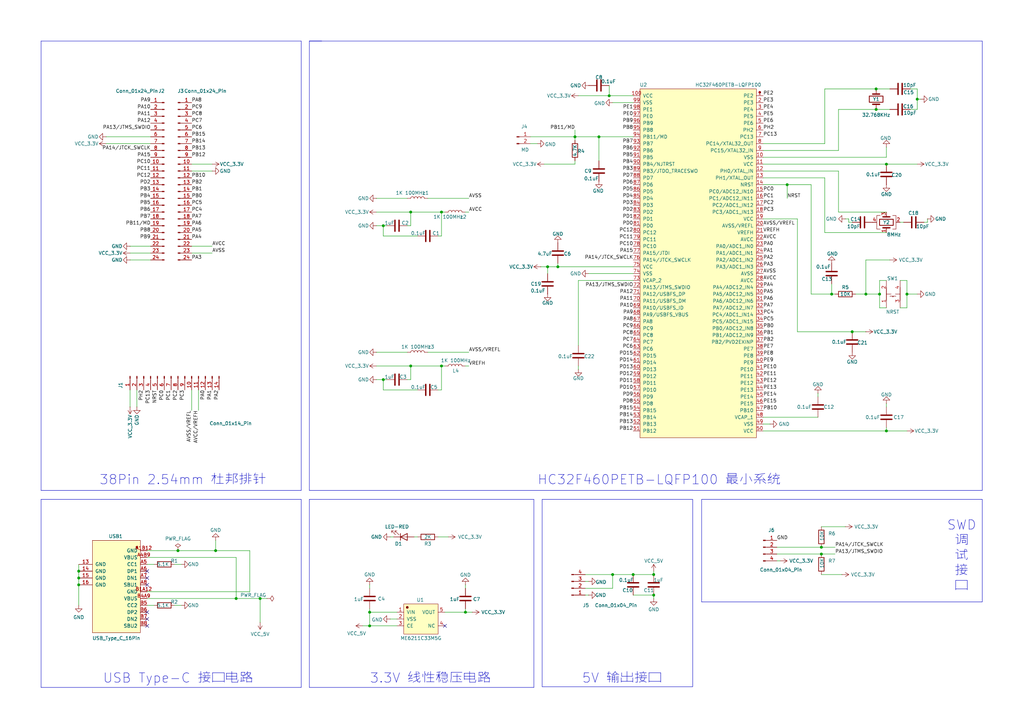
<source format=kicad_sch>
(kicad_sch (version 20231120) (generator "eeschema") (generator_version "8.0")
  (paper "User" 380 270)
  (title_block (title "UINIO-MCU-HC32F460PETB") (date "2024-08-12") (rev "Version 1.0.0") (company "UinIO.com 电子技术实验室"))
  (lib_symbols
    (symbol "Connector:Conn_01x02_Pin" (pin_names (offset 1.016) hide)
      (property "Reference" "J" (at 0 2.54 0))
      (property "Value" "Conn_01x02_Pin" (at 0 -5.08 0))
      (symbol "Conn_01x02_Pin_1_1"
        (pin passive line (at 5.08 0 180) (length 3.81) (name "Pin_1") (number "1"))
        (pin passive line (at 5.08 -2.54 180) (length 3.81) (name "Pin_2") (number "2"))
      )
    )
    (symbol "Connector:Conn_01x04_Pin" (pin_names (offset 1.016) hide)
      (property "Reference" "J" (at 0 5.08 0))
      (property "Value" "Conn_01x04_Pin" (at 0 -7.62 0))
      (symbol "Conn_01x04_Pin_1_1"
        (pin passive line (at 5.08 2.54 180) (length 3.81) (name "Pin_1") (number "1"))
        (pin passive line (at 5.08 0 180) (length 3.81) (name "Pin_2") (number "2"))
        (pin passive line (at 5.08 -2.54 180) (length 3.81) (name "Pin_3") (number "3"))
        (pin passive line (at 5.08 -5.08 180) (length 3.81) (name "Pin_4") (number "4"))
      )
    )
    (symbol "Connector:Conn_01x14_Pin" (pin_names (offset 1.016) hide)
      (property "Reference" "J" (at 0 17.78 0))
      (property "Value" "Conn_01x14_Pin" (at 0 -20.32 0))
      (symbol "Conn_01x14_Pin_1_1"
        (pin passive line (at 5.08 15.24 180) (length 3.81) (name "Pin_1") (number "1"))
        (pin passive line (at 5.08 -7.62 180) (length 3.81) (name "Pin_10") (number "10"))
        (pin passive line (at 5.08 -10.16 180) (length 3.81) (name "Pin_11") (number "11"))
        (pin passive line (at 5.08 -12.7 180) (length 3.81) (name "Pin_12") (number "12"))
        (pin passive line (at 5.08 -15.24 180) (length 3.81) (name "Pin_13") (number "13"))
        (pin passive line (at 5.08 -17.78 180) (length 3.81) (name "Pin_14") (number "14"))
        (pin passive line (at 5.08 12.7 180) (length 3.81) (name "Pin_2") (number "2"))
        (pin passive line (at 5.08 10.16 180) (length 3.81) (name "Pin_3") (number "3"))
        (pin passive line (at 5.08 7.62 180) (length 3.81) (name "Pin_4") (number "4"))
        (pin passive line (at 5.08 5.08 180) (length 3.81) (name "Pin_5") (number "5"))
        (pin passive line (at 5.08 2.54 180) (length 3.81) (name "Pin_6") (number "6"))
        (pin passive line (at 5.08 0 180) (length 3.81) (name "Pin_7") (number "7"))
        (pin passive line (at 5.08 -2.54 180) (length 3.81) (name "Pin_8") (number "8"))
        (pin passive line (at 5.08 -5.08 180) (length 3.81) (name "Pin_9") (number "9"))
      )
    )
    (symbol "Connector:Conn_01x24_Pin" (pin_names (offset 1.016) hide)
      (property "Reference" "J" (at 0 30.48 0))
      (property "Value" "Conn_01x24_Pin" (at 0 -33.02 0))
      (symbol "Conn_01x24_Pin_1_1"
        (pin passive line (at 5.08 27.94 180) (length 3.81) (name "Pin_1") (number "1"))
        (pin passive line (at 5.08 5.08 180) (length 3.81) (name "Pin_10") (number "10"))
        (pin passive line (at 5.08 2.54 180) (length 3.81) (name "Pin_11") (number "11"))
        (pin passive line (at 5.08 0 180) (length 3.81) (name "Pin_12") (number "12"))
        (pin passive line (at 5.08 -2.54 180) (length 3.81) (name "Pin_13") (number "13"))
        (pin passive line (at 5.08 -5.08 180) (length 3.81) (name "Pin_14") (number "14"))
        (pin passive line (at 5.08 -7.62 180) (length 3.81) (name "Pin_15") (number "15"))
        (pin passive line (at 5.08 -10.16 180) (length 3.81) (name "Pin_16") (number "16"))
        (pin passive line (at 5.08 -12.7 180) (length 3.81) (name "Pin_17") (number "17"))
        (pin passive line (at 5.08 -15.24 180) (length 3.81) (name "Pin_18") (number "18"))
        (pin passive line (at 5.08 -17.78 180) (length 3.81) (name "Pin_19") (number "19"))
        (pin passive line (at 5.08 25.4 180) (length 3.81) (name "Pin_2") (number "2"))
        (pin passive line (at 5.08 -20.32 180) (length 3.81) (name "Pin_20") (number "20"))
        (pin passive line (at 5.08 -22.86 180) (length 3.81) (name "Pin_21") (number "21"))
        (pin passive line (at 5.08 -25.4 180) (length 3.81) (name "Pin_22") (number "22"))
        (pin passive line (at 5.08 -27.94 180) (length 3.81) (name "Pin_23") (number "23"))
        (pin passive line (at 5.08 -30.48 180) (length 3.81) (name "Pin_24") (number "24"))
        (pin passive line (at 5.08 22.86 180) (length 3.81) (name "Pin_3") (number "3"))
        (pin passive line (at 5.08 20.32 180) (length 3.81) (name "Pin_4") (number "4"))
        (pin passive line (at 5.08 17.78 180) (length 3.81) (name "Pin_5") (number "5"))
        (pin passive line (at 5.08 15.24 180) (length 3.81) (name "Pin_6") (number "6"))
        (pin passive line (at 5.08 12.7 180) (length 3.81) (name "Pin_7") (number "7"))
        (pin passive line (at 5.08 10.16 180) (length 3.81) (name "Pin_8") (number "8"))
        (pin passive line (at 5.08 7.62 180) (length 3.81) (name "Pin_9") (number "9"))
      )
    )
    (symbol "Connector:Conn_01x38_Pin" (pin_names (offset 1.016) hide)
      (property "Reference" "J" (at 0 48.26 0))
      (property "Value" "Conn_01x38_Pin" (at 0 -50.8 0))
      (symbol "Conn_01x38_Pin_1_1"
        (pin passive line (at 5.08 45.72 180) (length 3.81) (name "Pin_1") (number "1"))
        (pin passive line (at 5.08 22.86 180) (length 3.81) (name "Pin_10") (number "10"))
        (pin passive line (at 5.08 20.32 180) (length 3.81) (name "Pin_11") (number "11"))
        (pin passive line (at 5.08 17.78 180) (length 3.81) (name "Pin_12") (number "12"))
        (pin passive line (at 5.08 15.24 180) (length 3.81) (name "Pin_13") (number "13"))
        (pin passive line (at 5.08 12.7 180) (length 3.81) (name "Pin_14") (number "14"))
        (pin passive line (at 5.08 10.16 180) (length 3.81) (name "Pin_15") (number "15"))
        (pin passive line (at 5.08 7.62 180) (length 3.81) (name "Pin_16") (number "16"))
        (pin passive line (at 5.08 5.08 180) (length 3.81) (name "Pin_17") (number "17"))
        (pin passive line (at 5.08 2.54 180) (length 3.81) (name "Pin_18") (number "18"))
        (pin passive line (at 5.08 0 180) (length 3.81) (name "Pin_19") (number "19"))
        (pin passive line (at 5.08 43.18 180) (length 3.81) (name "Pin_2") (number "2"))
        (pin passive line (at 5.08 -2.54 180) (length 3.81) (name "Pin_20") (number "20"))
        (pin passive line (at 5.08 -5.08 180) (length 3.81) (name "Pin_21") (number "21"))
        (pin passive line (at 5.08 -7.62 180) (length 3.81) (name "Pin_22") (number "22"))
        (pin passive line (at 5.08 -10.16 180) (length 3.81) (name "Pin_23") (number "23"))
        (pin passive line (at 5.08 -12.7 180) (length 3.81) (name "Pin_24") (number "24"))
        (pin passive line (at 5.08 -15.24 180) (length 3.81) (name "Pin_25") (number "25"))
        (pin passive line (at 5.08 -17.78 180) (length 3.81) (name "Pin_26") (number "26"))
        (pin passive line (at 5.08 -20.32 180) (length 3.81) (name "Pin_27") (number "27"))
        (pin passive line (at 5.08 -22.86 180) (length 3.81) (name "Pin_28") (number "28"))
        (pin passive line (at 5.08 -25.4 180) (length 3.81) (name "Pin_29") (number "29"))
        (pin passive line (at 5.08 40.64 180) (length 3.81) (name "Pin_3") (number "3"))
        (pin passive line (at 5.08 -27.94 180) (length 3.81) (name "Pin_30") (number "30"))
        (pin passive line (at 5.08 -30.48 180) (length 3.81) (name "Pin_31") (number "31"))
        (pin passive line (at 5.08 -33.02 180) (length 3.81) (name "Pin_32") (number "32"))
        (pin passive line (at 5.08 -35.56 180) (length 3.81) (name "Pin_33") (number "33"))
        (pin passive line (at 5.08 -38.1 180) (length 3.81) (name "Pin_34") (number "34"))
        (pin passive line (at 5.08 -40.64 180) (length 3.81) (name "Pin_35") (number "35"))
        (pin passive line (at 5.08 -43.18 180) (length 3.81) (name "Pin_36") (number "36"))
        (pin passive line (at 5.08 -45.72 180) (length 3.81) (name "Pin_37") (number "37"))
        (pin passive line (at 5.08 -48.26 180) (length 3.81) (name "Pin_38") (number "38"))
        (pin passive line (at 5.08 38.1 180) (length 3.81) (name "Pin_4") (number "4"))
        (pin passive line (at 5.08 35.56 180) (length 3.81) (name "Pin_5") (number "5"))
        (pin passive line (at 5.08 33.02 180) (length 3.81) (name "Pin_6") (number "6"))
        (pin passive line (at 5.08 30.48 180) (length 3.81) (name "Pin_7") (number "7"))
        (pin passive line (at 5.08 27.94 180) (length 3.81) (name "Pin_8") (number "8"))
        (pin passive line (at 5.08 25.4 180) (length 3.81) (name "Pin_9") (number "9"))
      )
    )
    (symbol "Device:C" (pin_numbers hide) (pin_names (offset 0.254))
      (property "Reference" "C" (at 0.635 2.54 0))
      (property "Value" "C" (at 0.635 -2.54 0))
      (symbol "C_1_1"
        (pin passive line (at 0 3.81 270) (length 2.794) (name "~") (number "1"))
        (pin passive line (at 0 -3.81 90) (length 2.794) (name "~") (number "2"))
      )
    )
    (symbol "Device:Crystal" (pin_numbers hide) (pin_names (offset 1.016) hide)
      (property "Reference" "Y" (at 0 3.81 0))
      (property "Value" "Crystal" (at 0 -3.81 0))
      (symbol "Crystal_1_1"
        (pin passive line (at -3.81 0 0) (length 1.27) (name "1") (number "1"))
        (pin passive line (at 3.81 0 180) (length 1.27) (name "2") (number "2"))
      )
    )
    (symbol "Device:Crystal_GND24" (pin_names (offset 1.016) hide)
      (property "Reference" "Y" (at 3.175 5.08 0))
      (property "Value" "Crystal_GND24" (at 3.175 3.175 0))
      (symbol "Crystal_GND24_1_1"
        (pin passive line (at -3.81 0 0) (length 1.27) (name "1") (number "1"))
        (pin passive line (at 0 5.08 270) (length 1.27) (name "2") (number "2"))
        (pin passive line (at 3.81 0 180) (length 1.27) (name "3") (number "3"))
        (pin passive line (at 0 -5.08 90) (length 1.27) (name "4") (number "4"))
      )
    )
    (symbol "Device:L" (pin_numbers hide) (pin_names (offset 1.016) hide)
      (property "Reference" "L" (at -1.27 0 90))
      (property "Value" "L" (at 1.905 0 90))
      (symbol "L_1_1"
        (pin passive line (at 0 3.81 270) (length 1.27) (name "1") (number "1"))
        (pin passive line (at 0 -3.81 90) (length 1.27) (name "2") (number "2"))
      )
    )
    (symbol "Device:LED" (pin_numbers hide) (pin_names (offset 1.016) hide)
      (property "Reference" "D" (at 0 2.54 0))
      (property "Value" "LED" (at 0 -2.54 0))
      (symbol "LED_1_1"
        (pin passive line (at -3.81 0 0) (length 2.54) (name "K") (number "1"))
        (pin passive line (at 3.81 0 180) (length 2.54) (name "A") (number "2"))
      )
    )
    (symbol "Device:R" (pin_numbers hide) (pin_names (offset 0))
      (property "Reference" "R" (at 2.032 0 90))
      (property "Value" "R" (at 0 0 90))
      (symbol "R_1_1"
        (pin passive line (at 0 3.81 270) (length 1.27) (name "~") (number "1"))
        (pin passive line (at 0 -3.81 90) (length 1.27) (name "~") (number "2"))
      )
    )
    (symbol "Uinio:HC32F460PETB-LQFP100" (pin_names (offset 1.016))
      (property "Reference" "U" (at 0 67.31 0))
      (property "Value" "HC32F460PETB-LQFP100" (at -0.762 -70.612 0))
      (symbol "HC32F460PETB-LQFP100_1_1"
        (pin input line (at -24.13 62.23 0) (length 2.54) (name "PE2") (number "1"))
        (pin input line (at -24.13 39.37 0) (length 2.54) (name "VSS") (number "10"))
        (pin input line (at 24.13 62.23 180) (length 2.54) (name "VCC") (number "100"))
        (pin input line (at -24.13 36.83 0) (length 2.54) (name "VCC") (number "11"))
        (pin input line (at -24.13 34.29 0) (length 2.54) (name "PH0/XTAL_IN") (number "12"))
        (pin input line (at -24.13 31.75 0) (length 2.54) (name "PH1/XTAL_OUT") (number "13"))
        (pin input line (at -24.13 29.21 0) (length 2.54) (name "NRST") (number "14"))
        (pin input line (at -24.13 26.67 0) (length 2.54) (name "PC0/ADC12_IN10") (number "15"))
        (pin input line (at -24.13 24.13 0) (length 2.54) (name "PC1/ADC12_IN11") (number "16"))
        (pin input line (at -24.13 21.59 0) (length 2.54) (name "PC2/ADC1_IN12") (number "17"))
        (pin input line (at -24.13 19.05 0) (length 2.54) (name "PC3/ADC1_IN13") (number "18"))
        (pin input line (at -24.13 16.51 0) (length 2.54) (name "VCC") (number "19"))
        (pin input line (at -24.13 59.69 0) (length 2.54) (name "PE3") (number "2"))
        (pin input line (at -24.13 13.97 0) (length 2.54) (name "AVSS/VREFL") (number "20"))
        (pin input line (at -24.13 11.43 0) (length 2.54) (name "VREFH") (number "21"))
        (pin input line (at -24.13 8.89 0) (length 2.54) (name "AVCC") (number "22"))
        (pin input line (at -24.13 6.35 0) (length 2.54) (name "PA0/ADC1_IN0") (number "23"))
        (pin input line (at -24.13 3.81 0) (length 2.54) (name "PA1/ADC1_IN1") (number "24"))
        (pin input line (at -24.13 1.27 0) (length 2.54) (name "PA2/ADC1_IN2") (number "25"))
        (pin input line (at -24.13 -1.27 0) (length 2.54) (name "PA3/ADC1_IN3") (number "26"))
        (pin input line (at -24.13 -3.81 0) (length 2.54) (name "AVSS") (number "27"))
        (pin input line (at -24.13 -6.35 0) (length 2.54) (name "AVCC") (number "28"))
        (pin input line (at -24.13 -8.89 0) (length 2.54) (name "PA4/ADC12_IN4") (number "29"))
        (pin input line (at -24.13 57.15 0) (length 2.54) (name "PE4") (number "3"))
        (pin input line (at -24.13 -11.43 0) (length 2.54) (name "PA5/ADC12_IN5") (number "30"))
        (pin input line (at -24.13 -13.97 0) (length 2.54) (name "PA6/ADC12_IN6") (number "31"))
        (pin input line (at -24.13 -16.51 0) (length 2.54) (name "PA7/ADC12_IN7") (number "32"))
        (pin input line (at -24.13 -19.05 0) (length 2.54) (name "PC4/ADC1_IN14") (number "33"))
        (pin input line (at -24.13 -21.59 0) (length 2.54) (name "PC5/ADC1_IN15") (number "34"))
        (pin input line (at -24.13 -24.13 0) (length 2.54) (name "PB0/ADC12_IN8") (number "35"))
        (pin input line (at -24.13 -26.67 0) (length 2.54) (name "PB1/ADC12_IN9") (number "36"))
        (pin input line (at -24.13 -29.21 0) (length 2.54) (name "PB2/PVD2EXINP") (number "37"))
        (pin input line (at -24.13 -31.75 0) (length 2.54) (name "PE7") (number "38"))
        (pin input line (at -24.13 -34.29 0) (length 2.54) (name "PE8") (number "39"))
        (pin input line (at -24.13 54.61 0) (length 2.54) (name "PE5") (number "4"))
        (pin input line (at -24.13 -36.83 0) (length 2.54) (name "PE9") (number "40"))
        (pin input line (at -24.13 -39.37 0) (length 2.54) (name "PE10") (number "41"))
        (pin input line (at -24.13 -41.91 0) (length 2.54) (name "PE11") (number "42"))
        (pin input line (at -24.13 -44.45 0) (length 2.54) (name "PE12") (number "43"))
        (pin input line (at -24.13 -46.99 0) (length 2.54) (name "PE13") (number "44"))
        (pin input line (at -24.13 -49.53 0) (length 2.54) (name "PE14") (number "45"))
        (pin input line (at -24.13 -52.07 0) (length 2.54) (name "PE15") (number "46"))
        (pin input line (at -24.13 -54.61 0) (length 2.54) (name "PB10") (number "47"))
        (pin input line (at -24.13 -57.15 0) (length 2.54) (name "VCAP_1") (number "48"))
        (pin input line (at -24.13 -59.69 0) (length 2.54) (name "VSS") (number "49"))
        (pin input line (at -24.13 52.07 0) (length 2.54) (name "PE6") (number "5"))
        (pin input line (at -24.13 -62.23 0) (length 2.54) (name "VCC") (number "50"))
        (pin input line (at 24.13 -62.23 180) (length 2.54) (name "PB12") (number "51"))
        (pin input line (at 24.13 -59.69 180) (length 2.54) (name "PB13") (number "52"))
        (pin input line (at 24.13 -57.15 180) (length 2.54) (name "PB14") (number "53"))
        (pin input line (at 24.13 -54.61 180) (length 2.54) (name "PB15") (number "54"))
        (pin input line (at 24.13 -52.07 180) (length 2.54) (name "PD8") (number "55"))
        (pin input line (at 24.13 -49.53 180) (length 2.54) (name "PD9") (number "56"))
        (pin input line (at 24.13 -46.99 180) (length 2.54) (name "PD10") (number "57"))
        (pin input line (at 24.13 -44.45 180) (length 2.54) (name "PD11") (number "58"))
        (pin input line (at 24.13 -41.91 180) (length 2.54) (name "PD12") (number "59"))
        (pin input line (at -24.13 49.53 0) (length 2.54) (name "PH2") (number "6"))
        (pin input line (at 24.13 -39.37 180) (length 2.54) (name "PD13") (number "60"))
        (pin input line (at 24.13 -36.83 180) (length 2.54) (name "PD14") (number "61"))
        (pin input line (at 24.13 -34.29 180) (length 2.54) (name "PD15") (number "62"))
        (pin input line (at 24.13 -31.75 180) (length 2.54) (name "PC6") (number "63"))
        (pin input line (at 24.13 -29.21 180) (length 2.54) (name "PC7") (number "64"))
        (pin input line (at 24.13 -26.67 180) (length 2.54) (name "PC8") (number "65"))
        (pin input line (at 24.13 -24.13 180) (length 2.54) (name "PC9") (number "66"))
        (pin input line (at 24.13 -21.59 180) (length 2.54) (name "PA8") (number "67"))
        (pin input line (at 24.13 -19.05 180) (length 2.54) (name "PA9/USBFS_VBUS") (number "68"))
        (pin input line (at 24.13 -16.51 180) (length 2.54) (name "PA10/USBFS_ID") (number "69"))
        (pin input line (at -24.13 46.99 0) (length 2.54) (name "PC13") (number "7"))
        (pin input line (at 24.13 -13.97 180) (length 2.54) (name "PA11/USBFS_DM") (number "70"))
        (pin input line (at 24.13 -11.43 180) (length 2.54) (name "PA12/USBFS_DP") (number "71"))
        (pin input line (at 24.13 -8.89 180) (length 2.54) (name "PA13/JTMS_SWDIO") (number "72"))
        (pin input line (at 24.13 -6.35 180) (length 2.54) (name "VCAP_2") (number "73"))
        (pin input line (at 24.13 -3.81 180) (length 2.54) (name "VSS") (number "74"))
        (pin input line (at 24.13 -1.27 180) (length 2.54) (name "VCC") (number "75"))
        (pin input line (at 24.13 1.27 180) (length 2.54) (name "PA14/JTCK_SWCLK") (number "76"))
        (pin input line (at 24.13 3.81 180) (length 2.54) (name "PA15/JTDI") (number "77"))
        (pin input line (at 24.13 6.35 180) (length 2.54) (name "PC10") (number "78"))
        (pin input line (at 24.13 8.89 180) (length 2.54) (name "PC11") (number "79"))
        (pin input line (at -24.13 44.45 0) (length 2.54) (name "PC14/XTAL32_OUT") (number "8"))
        (pin input line (at 24.13 11.43 180) (length 2.54) (name "PC12") (number "80"))
        (pin input line (at 24.13 13.97 180) (length 2.54) (name "PD0") (number "81"))
        (pin input line (at 24.13 16.51 180) (length 2.54) (name "PD1") (number "82"))
        (pin input line (at 24.13 19.05 180) (length 2.54) (name "PD2") (number "83"))
        (pin input line (at 24.13 21.59 180) (length 2.54) (name "PD3") (number "84"))
        (pin input line (at 24.13 24.13 180) (length 2.54) (name "PD4") (number "85"))
        (pin input line (at 24.13 26.67 180) (length 2.54) (name "PD5") (number "86"))
        (pin input line (at 24.13 29.21 180) (length 2.54) (name "PD6") (number "87"))
        (pin input line (at 24.13 31.75 180) (length 2.54) (name "PD7") (number "88"))
        (pin input line (at 24.13 34.29 180) (length 2.54) (name "PB3/JTDO_TRACESWO") (number "89"))
        (pin input line (at -24.13 41.91 0) (length 2.54) (name "PC15/XTAL32_IN") (number "9"))
        (pin input line (at 24.13 36.83 180) (length 2.54) (name "PB4/NJTRST") (number "90"))
        (pin input line (at 24.13 39.37 180) (length 2.54) (name "PB5") (number "91"))
        (pin input line (at 24.13 41.91 180) (length 2.54) (name "PB6") (number "92"))
        (pin input line (at 24.13 44.45 180) (length 2.54) (name "PB7") (number "93"))
        (pin input line (at 24.13 46.99 180) (length 2.54) (name "PB11/MD") (number "94"))
        (pin input line (at 24.13 49.53 180) (length 2.54) (name "PB8") (number "95"))
        (pin input line (at 24.13 52.07 180) (length 2.54) (name "PB9") (number "96"))
        (pin input line (at 24.13 54.61 180) (length 2.54) (name "PE0") (number "97"))
        (pin input line (at 24.13 57.15 180) (length 2.54) (name "PE1") (number "98"))
        (pin input line (at 24.13 59.69 180) (length 2.54) (name "VSS") (number "99"))
      )
    )
    (symbol "Uinio:ME6211C33M5G" (pin_names (offset 1.016))
      (property "Reference" "U?" (at 0 8.128 0))
      (property "Value" "ME6211C33M5G" (at 0 13.208 0))
      (symbol "ME6211C33M5G_1_1"
        (pin input line (at -8.89 2.54 0) (length 2.54) (name "VIN") (number "1"))
        (pin input line (at -8.89 0 0) (length 2.54) (name "VSS") (number "2"))
        (pin input line (at -8.89 -2.54 0) (length 2.54) (name "CE") (number "3"))
        (pin input line (at 8.89 -2.54 180) (length 2.54) (name "NC") (number "4"))
        (pin input line (at 8.89 2.54 180) (length 2.54) (name "VOUT") (number "5"))
      )
    )
    (symbol "Uinio:SW-YTS_A016S" (pin_names (offset 1.016) hide)
      (property "Reference" "SW" (at 0 5.842 0))
      (property "Value" "SW-YTS_A016S" (at 0 -5.588 0))
      (symbol "SW-YTS_A016S_1_1"
        (pin input line (at -5.08 2.54 0) (length 5.08) (name "1") (number "1"))
        (pin input line (at 5.08 2.54 180) (length 5.08) (name "2") (number "2"))
        (pin input line (at -5.08 -2.54 0) (length 5.08) (name "3") (number "3"))
        (pin input line (at 5.08 -2.54 180) (length 5.08) (name "4") (number "4"))
      )
    )
    (symbol "Uinio:USB_Type_C_16Pin" (pin_names (offset 1.016))
      (property "Reference" "USB" (at -1.524 18.796 0))
      (property "Value" "USB_Type_C_16Pin" (at -1.016 22.86 0))
      (symbol "USB_Type_C_16Pin_1_1"
        (pin input line (at 12.7 7.62 180) (length 5.08) (name "GND") (number "13"))
        (pin input line (at 12.7 5.08 180) (length 5.08) (name "GND") (number "14"))
        (pin input line (at 12.7 2.54 180) (length 5.08) (name "GND") (number "15"))
        (pin input line (at 12.7 0 180) (length 5.08) (name "GND") (number "16"))
        (pin input line (at -12.7 12.7 0) (length 2.54) (name "GND") (number "A1B12"))
        (pin input line (at -12.7 10.16 0) (length 2.54) (name "VBUS") (number "A4B9"))
        (pin input line (at -12.7 7.62 0) (length 2.54) (name "CC1") (number "A5"))
        (pin input line (at -12.7 5.08 0) (length 2.54) (name "DP1") (number "A6"))
        (pin input line (at -12.7 2.54 0) (length 2.54) (name "DN1") (number "A7"))
        (pin input line (at -12.7 0 0) (length 2.54) (name "SBU1") (number "A8"))
        (pin input line (at -12.7 -2.54 0) (length 2.54) (name "GND") (number "B1A12"))
        (pin input line (at -12.7 -5.08 0) (length 2.54) (name "VBUS") (number "B4A9"))
        (pin input line (at -12.7 -7.62 0) (length 2.54) (name "CC2") (number "B5"))
        (pin input line (at -12.7 -10.16 0) (length 2.54) (name "DP2") (number "B6"))
        (pin input line (at -12.7 -12.7 0) (length 2.54) (name "DN2") (number "B7"))
        (pin input line (at -12.7 -15.24 0) (length 2.54) (name "SBU2") (number "B8"))
      )
    )
    (symbol "power:GND" (power) (pin_numbers hide) (pin_names (offset 0) hide)
      (property "Value" "GND" (at 0 -3.81 0))
      (symbol "GND_1_1"
        (pin power_in line (at 0 0 270) (length 0) (name "~") (number "1"))
      )
    )
    (symbol "power:PWR_FLAG" (power) (pin_numbers hide) (pin_names (offset 0) hide)
      (property "Value" "PWR_FLAG" (at 0 3.81 0))
      (symbol "PWR_FLAG_0_0"
        (pin power_out line (at 0 0 90) (length 0) (name "~") (number "1"))
      )
    )
    (symbol "power:VCC" (power) (pin_numbers hide) (pin_names (offset 0) hide)
      (property "Value" "VCC" (at 0 3.556 0))
      (symbol "VCC_1_1"
        (pin power_in line (at 0 0 90) (length 0) (name "~") (number "1"))
      )
    )
  )
  (junction (at 325.12 33.02))
  (junction (at 326.39 109.22))
  (junction (at 29.21 212.09))
  (junction (at 242.57 220.98))
  (junction (at 142.24 140.97))
  (junction (at 292.1 68.58))
  (junction (at 222.25 50.8))
  (junction (at 308.61 109.22))
  (junction (at 137.16 227.33))
  (junction (at 304.8 203.2))
  (junction (at 152.4 78.74))
  (junction (at 80.01 204.47))
  (junction (at 328.93 160.02))
  (junction (at 328.93 60.96))
  (junction (at 340.36 36.83))
  (junction (at 29.21 217.17))
  (junction (at 87.63 222.25))
  (junction (at 213.36 50.8))
  (junction (at 227.33 213.36))
  (junction (at 242.57 213.36))
  (junction (at 96.52 222.25))
  (junction (at 152.4 135.89))
  (junction (at 325.12 40.64))
  (junction (at 137.16 232.41))
  (junction (at 336.55 109.22))
  (junction (at 321.31 109.22))
  (junction (at 207.01 99.06))
  (junction (at 203.2 99.06))
  (junction (at 226.06 35.56))
  (junction (at 66.04 204.47))
  (junction (at 142.24 83.82))
  (junction (at 316.23 123.19))
  (junction (at 172.72 227.33))
  (junction (at 163.83 78.74))
  (junction (at 29.21 214.63))
  (junction (at 304.8 205.74))
  (junction (at 234.95 213.36))
  (junction (at 163.83 135.89))
  (no_connect (at 54.61 232.41))
  (no_connect (at 165.1 232.41))
  (no_connect (at 54.61 212.09))
  (no_connect (at 54.61 214.63))
  (no_connect (at 54.61 227.33))
  (no_connect (at 54.61 217.17))
  (no_connect (at 54.61 229.87))
  (wire (pts (xy 314.96 82.55) (xy 316.23 82.55)))
  (wire (pts (xy 99.06 222.25) (xy 96.52 222.25)))
  (wire (pts (xy 334.01 82.55) (xy 335.28 82.55)))
  (wire (pts (xy 54.61 219.71) (xy 92.71 219.71)))
  (wire (pts (xy 283.21 60.96) (xy 328.93 60.96)))
  (wire (pts (xy 283.21 63.5) (xy 311.15 63.5)))
  (wire (pts (xy 328.93 160.02) (xy 336.55 160.02)))
  (wire (pts (xy 163.83 144.78) (xy 163.83 135.89)))
  (wire (pts (xy 137.16 227.33) (xy 147.32 227.33)))
  (wire (pts (xy 87.63 207.01) (xy 87.63 222.25)))
  (polyline (pts (xy 114.808 185.42) (xy 198.12 185.42)))
  (wire (pts (xy 226.06 35.56) (xy 234.95 35.56)))
  (polyline (pts (xy 114.808 185.42) (xy 114.808 255.27)))
  (wire (pts (xy 340.36 36.83) (xy 340.36 40.64)))
  (wire (pts (xy 48.26 93.98) (xy 55.88 93.98)))
  (wire (pts (xy 214.63 35.56) (xy 226.06 35.56)))
  (wire (pts (xy 328.93 151.13) (xy 328.93 149.86)))
  (wire (pts (xy 314.96 82.55) (xy 314.96 81.28)))
  (wire (pts (xy 288.29 205.74) (xy 304.8 205.74)))
  (wire (pts (xy 55.88 50.8) (xy 39.37 50.8)))
  (wire (pts (xy 152.4 83.82) (xy 151.13 83.82)))
  (wire (pts (xy 163.83 135.89) (xy 152.4 135.89)))
  (wire (pts (xy 39.37 53.34) (xy 55.88 53.34)))
  (wire (pts (xy 57.15 224.79) (xy 54.61 224.79)))
  (wire (pts (xy 154.94 87.63) (xy 142.24 87.63)))
  (wire (pts (xy 80.01 200.66) (xy 80.01 204.47)))
  (wire (pts (xy 64.77 224.79) (xy 67.31 224.79)))
  (polyline (pts (xy 111.76 255.27) (xy 15.24 255.27)))
  (polyline (pts (xy 364.49 182.118) (xy 114.808 182.118)))
  (wire (pts (xy 311.15 40.64) (xy 325.12 40.64)))
  (wire (pts (xy 217.17 220.98) (xy 218.44 220.98)))
  (wire (pts (xy 306.07 66.04) (xy 306.07 86.36)))
  (polyline (pts (xy 198.12 185.42) (xy 198.12 255.27)))
  (wire (pts (xy 29.21 217.17) (xy 29.21 224.79)))
  (wire (pts (xy 213.36 60.96) (xy 213.36 59.69)))
  (polyline (pts (xy 114.808 15.24) (xy 119.38 15.24)))
  (wire (pts (xy 154.94 199.39) (xy 153.67 199.39)))
  (wire (pts (xy 311.15 63.5) (xy 311.15 78.74)))
  (wire (pts (xy 288.29 203.2) (xy 304.8 203.2)))
  (wire (pts (xy 283.21 53.34) (xy 306.07 53.34)))
  (wire (pts (xy 139.7 140.97) (xy 142.24 140.97)))
  (wire (pts (xy 344.17 82.55) (xy 344.17 81.28)))
  (wire (pts (xy 165.1 227.33) (xy 172.72 227.33)))
  (wire (pts (xy 173.99 78.74) (xy 172.72 78.74)))
  (wire (pts (xy 78.74 91.44) (xy 71.12 91.44)))
  (wire (pts (xy 162.56 199.39) (xy 166.37 199.39)))
  (wire (pts (xy 328.93 114.3) (xy 326.39 114.3)))
  (wire (pts (xy 29.21 214.63) (xy 29.21 217.17)))
  (wire (pts (xy 321.31 96.52) (xy 330.2 96.52)))
  (wire (pts (xy 242.57 212.09) (xy 242.57 213.36)))
  (wire (pts (xy 340.36 60.96) (xy 328.93 60.96)))
  (wire (pts (xy 29.21 209.55) (xy 29.21 212.09)))
  (wire (pts (xy 340.36 40.64) (xy 337.82 40.64)))
  (wire (pts (xy 173.99 135.89) (xy 172.72 135.89)))
  (polyline (pts (xy 260.35 185.42) (xy 260.35 223.52)))
  (wire (pts (xy 304.8 203.2) (xy 309.88 203.2)))
  (wire (pts (xy 214.63 135.89) (xy 214.63 137.16)))
  (wire (pts (xy 152.4 140.97) (xy 151.13 140.97)))
  (wire (pts (xy 321.31 109.22) (xy 326.39 109.22)))
  (wire (pts (xy 55.88 96.52) (xy 48.26 96.52)))
  (wire (pts (xy 29.21 212.09) (xy 29.21 214.63)))
  (wire (pts (xy 328.93 78.74) (xy 311.15 78.74)))
  (wire (pts (xy 226.06 31.75) (xy 226.06 35.56)))
  (wire (pts (xy 336.55 114.3) (xy 334.01 114.3)))
  (wire (pts (xy 48.26 151.13) (xy 48.26 144.78)))
  (wire (pts (xy 214.63 104.14) (xy 214.63 128.27)))
  (wire (pts (xy 334.01 104.14) (xy 336.55 104.14)))
  (wire (pts (xy 314.96 81.28) (xy 313.69 81.28)))
  (wire (pts (xy 283.21 81.28) (xy 295.91 81.28)))
  (wire (pts (xy 87.63 207.01) (xy 54.61 207.01)))
  (polyline (pts (xy 364.49 15.24) (xy 364.49 182.118)))
  (wire (pts (xy 142.24 140.97) (xy 143.51 140.97)))
  (wire (pts (xy 50.8 144.78) (xy 50.8 151.13)))
  (wire (pts (xy 152.4 135.89) (xy 152.4 140.97)))
  (wire (pts (xy 162.56 87.63) (xy 163.83 87.63)))
  (wire (pts (xy 139.7 135.89) (xy 152.4 135.89)))
  (wire (pts (xy 304.8 213.36) (xy 312.42 213.36)))
  (wire (pts (xy 326.39 104.14) (xy 328.93 104.14)))
  (polyline (pts (xy 198.12 255.27) (xy 114.808 255.27)))
  (polyline (pts (xy 15.24 185.42) (xy 111.76 185.42)))
  (wire (pts (xy 152.4 78.74) (xy 152.4 83.82)))
  (wire (pts (xy 227.33 38.1) (xy 234.95 38.1)))
  (wire (pts (xy 66.04 204.47) (xy 80.01 204.47)))
  (wire (pts (xy 172.72 217.17) (xy 172.72 218.44)))
  (wire (pts (xy 336.55 114.3) (xy 336.55 109.22)))
  (wire (pts (xy 73.66 144.78) (xy 73.66 152.4)))
  (wire (pts (xy 300.99 68.58) (xy 292.1 68.58)))
  (wire (pts (xy 158.75 73.66) (xy 173.99 73.66)))
  (wire (pts (xy 78.74 60.96) (xy 71.12 60.96)))
  (wire (pts (xy 337.82 33.02) (xy 340.36 33.02)))
  (polyline (pts (xy 364.49 185.42) (xy 364.49 223.52)))
  (wire (pts (xy 196.85 50.8) (xy 213.36 50.8)))
  (wire (pts (xy 78.74 93.98) (xy 71.12 93.98)))
  (wire (pts (xy 283.21 154.94) (xy 303.53 154.94)))
  (wire (pts (xy 222.25 50.8) (xy 234.95 50.8)))
  (wire (pts (xy 321.31 109.22) (xy 321.31 96.52)))
  (wire (pts (xy 325.12 33.02) (xy 330.2 33.02)))
  (wire (pts (xy 336.55 109.22) (xy 340.36 109.22)))
  (wire (pts (xy 200.66 99.06) (xy 203.2 99.06)))
  (wire (pts (xy 172.72 226.06) (xy 172.72 227.33)))
  (wire (pts (xy 289.56 208.28) (xy 288.29 208.28)))
  (wire (pts (xy 303.53 147.32) (xy 303.53 146.05)))
  (polyline (pts (xy 114.808 182.118) (xy 114.808 15.24)))
  (wire (pts (xy 218.44 215.9) (xy 217.17 215.9)))
  (wire (pts (xy 203.2 99.06) (xy 203.2 101.6)))
  (wire (pts (xy 142.24 83.82) (xy 143.51 83.82)))
  (wire (pts (xy 328.93 158.75) (xy 328.93 160.02)))
  (wire (pts (xy 328.93 58.42) (xy 283.21 58.42)))
  (wire (pts (xy 142.24 144.78) (xy 142.24 140.97)))
  (wire (pts (xy 234.95 104.14) (xy 214.63 104.14)))
  (wire (pts (xy 336.55 109.22) (xy 336.55 104.14)))
  (wire (pts (xy 142.24 87.63) (xy 142.24 83.82)))
  (wire (pts (xy 139.7 73.66) (xy 151.13 73.66)))
  (polyline (pts (xy 114.808 15.24) (xy 364.49 15.24)))
  (wire (pts (xy 64.77 209.55) (xy 67.31 209.55)))
  (polyline (pts (xy 260.35 185.42) (xy 364.49 185.42)))
  (wire (pts (xy 199.39 53.34) (xy 196.85 53.34)))
  (wire (pts (xy 213.36 48.26) (xy 213.36 50.8)))
  (wire (pts (xy 96.52 231.14) (xy 96.52 222.25)))
  (wire (pts (xy 134.62 232.41) (xy 137.16 232.41)))
  (wire (pts (xy 137.16 227.33) (xy 137.16 232.41)))
  (wire (pts (xy 283.21 160.02) (xy 328.93 160.02)))
  (wire (pts (xy 207.01 97.79) (xy 207.01 99.06)))
  (wire (pts (xy 87.63 222.25) (xy 96.52 222.25)))
  (wire (pts (xy 283.21 55.88) (xy 311.15 55.88)))
  (wire (pts (xy 292.1 68.58) (xy 292.1 73.66)))
  (wire (pts (xy 71.12 152.4) (xy 71.12 144.78)))
  (wire (pts (xy 234.95 220.98) (xy 242.57 220.98)))
  (wire (pts (xy 306.07 33.02) (xy 325.12 33.02)))
  (polyline (pts (xy 15.24 185.42) (xy 15.24 255.27)))
  (polyline (pts (xy 111.76 185.42) (xy 111.76 255.27)))
  (wire (pts (xy 213.36 52.07) (xy 213.36 50.8)))
  (wire (pts (xy 217.17 218.44) (xy 227.33 218.44)))
  (wire (pts (xy 295.91 123.19) (xy 316.23 123.19)))
  (wire (pts (xy 326.39 109.22) (xy 326.39 104.14)))
  (wire (pts (xy 55.88 91.44) (xy 48.26 91.44)))
  (wire (pts (xy 328.93 54.61) (xy 328.93 58.42)))
  (wire (pts (xy 227.33 218.44) (xy 227.33 213.36)))
  (wire (pts (xy 92.71 204.47) (xy 92.71 219.71)))
  (wire (pts (xy 317.5 109.22) (xy 321.31 109.22)))
  (wire (pts (xy 295.91 81.28) (xy 295.91 123.19)))
  (wire (pts (xy 326.39 114.3) (xy 326.39 109.22)))
  (wire (pts (xy 137.16 217.17) (xy 137.16 218.44)))
  (polyline (pts (xy 15.24 15.24) (xy 111.76 15.24)))
  (wire (pts (xy 139.7 78.74) (xy 152.4 78.74)))
  (wire (pts (xy 163.83 135.89) (xy 165.1 135.89)))
  (wire (pts (xy 328.93 86.36) (xy 306.07 86.36)))
  (wire (pts (xy 213.36 50.8) (xy 222.25 50.8)))
  (wire (pts (xy 163.83 78.74) (xy 152.4 78.74)))
  (wire (pts (xy 137.16 232.41) (xy 147.32 232.41)))
  (wire (pts (xy 54.61 204.47) (xy 66.04 204.47)))
  (wire (pts (xy 162.56 144.78) (xy 163.83 144.78)))
  (wire (pts (xy 203.2 99.06) (xy 207.01 99.06)))
  (polyline (pts (xy 15.24 15.24) (xy 15.24 182.118)))
  (wire (pts (xy 139.7 130.81) (xy 151.13 130.81)))
  (wire (pts (xy 172.72 227.33) (xy 175.26 227.33)))
  (wire (pts (xy 92.71 204.47) (xy 80.01 204.47)))
  (wire (pts (xy 146.05 199.39) (xy 144.78 199.39)))
  (wire (pts (xy 242.57 222.25) (xy 242.57 220.98)))
  (wire (pts (xy 292.1 68.58) (xy 283.21 68.58)))
  (wire (pts (xy 227.33 213.36) (xy 234.95 213.36)))
  (wire (pts (xy 71.12 63.5) (xy 78.74 63.5)))
  (wire (pts (xy 144.78 229.87) (xy 147.32 229.87)))
  (wire (pts (xy 344.17 82.55) (xy 342.9 82.55)))
  (wire (pts (xy 285.75 157.48) (xy 283.21 157.48)))
  (wire (pts (xy 311.15 55.88) (xy 311.15 40.64)))
  (wire (pts (xy 163.83 87.63) (xy 163.83 78.74)))
  (wire (pts (xy 158.75 130.81) (xy 173.99 130.81)))
  (wire (pts (xy 218.44 101.6) (xy 234.95 101.6)))
  (wire (pts (xy 308.61 109.22) (xy 308.61 105.41)))
  (polyline (pts (xy 111.76 15.24) (xy 111.76 182.118)))
  (wire (pts (xy 139.7 83.82) (xy 142.24 83.82)))
  (wire (pts (xy 222.25 50.8) (xy 222.25 59.69)))
  (wire (pts (xy 54.61 222.25) (xy 87.63 222.25)))
  (wire (pts (xy 308.61 109.22) (xy 309.88 109.22)))
  (polyline (pts (xy 364.49 223.52) (xy 260.35 223.52)))
  (wire (pts (xy 201.93 60.96) (xy 213.36 60.96)))
  (wire (pts (xy 316.23 123.19) (xy 321.31 123.19)))
  (wire (pts (xy 137.16 226.06) (xy 137.16 227.33)))
  (wire (pts (xy 163.83 78.74) (xy 165.1 78.74)))
  (wire (pts (xy 300.99 109.22) (xy 308.61 109.22)))
  (wire (pts (xy 306.07 53.34) (xy 306.07 33.02)))
  (wire (pts (xy 234.95 213.36) (xy 242.57 213.36)))
  (polyline (pts (xy 111.76 182.118) (xy 15.24 182.118)))
  (wire (pts (xy 300.99 68.58) (xy 300.99 109.22)))
  (wire (pts (xy 304.8 195.58) (xy 313.69 195.58)))
  (wire (pts (xy 325.12 40.64) (xy 330.2 40.64)))
  (wire (pts (xy 154.94 144.78) (xy 142.24 144.78)))
  (wire (pts (xy 57.15 209.55) (xy 54.61 209.55)))
  (wire (pts (xy 306.07 66.04) (xy 283.21 66.04)))
  (wire (pts (xy 341.63 36.83) (xy 340.36 36.83)))
  (wire (pts (xy 207.01 99.06) (xy 234.95 99.06)))
  (wire (pts (xy 217.17 213.36) (xy 227.33 213.36)))
  (wire (pts (xy 304.8 205.74) (xy 309.88 205.74)))
  (wire (pts (xy 340.36 33.02) (xy 340.36 36.83)))
  (rectangle (start 201.168 185.42) (end 257.048 255.016))
  (text "SWD\n调\n试\n接\n口" (at 356.87 219.71 0) (effects (font (size 3.5 3.5)) (justify bottom)))
  (text "3.3V 线性稳压电路" (at 137.16 254 0) (effects (font (size 3.5 3.5)) (justify left bottom)))
  (text "38Pin 2.54mm 杜邦排针\n" (at 36.83 180.34 0) (effects (font (size 3.5 3.5)) (justify left bottom)))
  (text "HC32F460PETB-LQFP100 最小系统" (at 199.39 180.34 0) (effects (font (size 3.5 3.5)) (justify left bottom)))
  (text "USB Type-C 接口电路" (at 38.1 254 0) (effects (font (size 3.5 3.5)) (justify left bottom)))
  (text "5V 输出接口" (at 215.9 254 0) (effects (font (size 3.5 3.5)) (justify left bottom)))
  (label "PC2" (at 283.21 76.2 0))
  (label "PD13" (at 234.95 137.16 180))
  (label "PC1" (at 63.5 144.78 270))
  (label "PD6" (at 234.95 68.58 180))
  (label "PE13" (at 283.21 144.78 0))
  (label "PA6" (at 71.12 83.82 0))
  (label "PA11" (at 55.88 43.18 180))
  (label "PA11" (at 234.95 111.76 180))
  (label "PB10" (at 71.12 66.04 0))
  (label "PC12" (at 234.95 86.36 180))
  (label "PE6" (at 283.21 45.72 0))
  (label "PC7" (at 234.95 127 180))
  (label "PA12" (at 234.95 109.22 180))
  (label "AVCC" (at 283.21 104.14 0))
  (label "PA4" (at 283.21 106.68 0))
  (label "PA14{slash}JTCK_SWCLK" (at 234.95 96.52 180))
  (label "PB0" (at 283.21 121.92 0))
  (label "PC6" (at 234.95 129.54 180))
  (label "PB3" (at 55.88 71.12 180))
  (label "PD7" (at 234.95 66.04 180))
  (label "AVCC" (at 283.21 88.9 0))
  (label "PB11{slash}MD" (at 213.36 48.26 180))
  (label "PH2" (at 283.21 48.26 0))
  (label "PB3" (at 234.95 63.5 180))
  (label "PA2" (at 283.21 96.52 0))
  (label "PA3" (at 283.21 99.06 0))
  (label "PD8" (at 234.95 149.86 180))
  (label "PC8" (at 234.95 124.46 180))
  (label "PD2" (at 234.95 78.74 180))
  (label "PD10" (at 234.95 144.78 180))
  (label "PE15" (at 283.21 149.86 0))
  (label "PE5" (at 283.21 43.18 0))
  (label "PC13" (at 55.88 144.78 270))
  (label "PE10" (at 283.21 137.16 0))
  (label "VREFH" (at 173.99 135.89 0))
  (label "PA9" (at 234.95 116.84 180))
  (label "PB5" (at 55.88 76.2 180))
  (label "PB5" (at 234.95 58.42 180))
  (label "PA15" (at 55.88 58.42 180))
  (label "PA10" (at 55.88 40.64 180))
  (label "PB11{slash}MD" (at 55.88 83.82 180))
  (label "PB1" (at 283.21 124.46 0))
  (label "PB2" (at 283.21 127 0))
  (label "PD14" (at 234.95 134.62 180))
  (label "AVSS" (at 173.99 73.66 0))
  (label "PB4" (at 55.88 73.66 180))
  (label "PC3" (at 68.58 144.78 270))
  (label "PD12" (at 234.95 139.7 180))
  (label "PC0" (at 60.96 144.78 270))
  (label "PA5" (at 71.12 86.36 0))
  (label "PA13{slash}JTMS_SWDIO" (at 309.88 205.74 0))
  (label "PA9" (at 55.88 38.1 180))
  (label "PC11" (at 234.95 88.9 180))
  (label "PB14" (at 71.12 53.34 0))
  (label "PC2" (at 66.04 144.78 270))
  (label "PA4" (at 71.12 88.9 0))
  (label "PB9" (at 55.88 88.9 180))
  (label "NRST" (at 58.42 144.78 270))
  (label "GND" (at 288.29 200.66 0))
  (label "AVCC" (at 173.99 78.74 0))
  (label "PB0" (at 71.12 73.66 0))
  (label "PD9" (at 234.95 147.32 180))
  (label "PC12" (at 55.88 66.04 180))
  (label "PE4" (at 283.21 40.64 0))
  (label "PB13" (at 234.95 157.48 180))
  (label "PC0" (at 283.21 71.12 0))
  (label "PA7" (at 283.21 114.3 0))
  (label "PD5" (at 234.95 71.12 180))
  (label "PA2" (at 81.28 144.78 270))
  (label "PD3" (at 234.95 76.2 180))
  (label "PB14" (at 234.95 154.94 180))
  (label "AVSS" (at 283.21 101.6 0))
  (label "PE8" (at 283.21 132.08 0))
  (label "PA0" (at 76.2 144.78 270))
  (label "PE2" (at 283.21 35.56 0))
  (label "PB8" (at 55.88 86.36 180))
  (label "PC10" (at 234.95 91.44 180))
  (label "PE1" (at 234.95 40.64 180))
  (label "PB6" (at 55.88 78.74 180))
  (label "PA12" (at 55.88 45.72 180))
  (label "PB12" (at 71.12 58.42 0))
  (label "PB10" (at 283.21 152.4 0))
  (label "PD15" (at 234.95 132.08 180))
  (label "NRST" (at 292.1 73.66 0))
  (label "PA1" (at 283.21 93.98 0))
  (label "PE9" (at 283.21 134.62 0))
  (label "PA13{slash}JTMS_SWDIO" (at 55.88 48.26 180))
  (label "PC13" (at 283.21 50.8 0))
  (label "PE14" (at 283.21 147.32 0))
  (label "VREFH" (at 283.21 86.36 0))
  (label "PA14{slash}JTCK_SWCLK" (at 55.88 55.88 180))
  (label "PA8" (at 234.95 119.38 180))
  (label "PB7" (at 55.88 81.28 180))
  (label "PC6" (at 71.12 48.26 0))
  (label "PC5" (at 71.12 76.2 0))
  (label "PC5" (at 283.21 119.38 0))
  (label "PC3" (at 283.21 78.74 0))
  (label "PC8" (at 71.12 43.18 0))
  (label "PA15" (at 234.95 93.98 180))
  (label "AVSS{slash}VREFL" (at 283.21 83.82 0))
  (label "PC9" (at 234.95 121.92 180))
  (label "PC4" (at 71.12 78.74 0))
  (label "PA5" (at 283.21 109.22 0))
  (label "PA0" (at 283.21 91.44 0))
  (label "PD0" (at 234.95 83.82 180))
  (label "PB8" (at 234.95 48.26 180))
  (label "PH2" (at 53.34 144.78 270))
  (label "PB2" (at 71.12 68.58 0))
  (label "PC10" (at 55.88 60.96 180))
  (label "AVSS{slash}VREFL" (at 173.99 130.81 0))
  (label "PC4" (at 283.21 116.84 0))
  (label "PC7" (at 71.12 45.72 0))
  (label "PA10" (at 234.95 114.3 180))
  (label "AVCC" (at 78.74 91.44 0))
  (label "PC9" (at 71.12 40.64 0))
  (label "PA1" (at 78.74 144.78 270))
  (label "PD2" (at 55.88 68.58 180))
  (label "PC1" (at 283.21 73.66 0))
  (label "PB12" (at 234.95 160.02 180))
  (label "PD4" (at 234.95 73.66 180))
  (label "PA14{slash}JTCK_SWCLK" (at 309.88 203.2 0))
  (label "PD11" (at 234.95 142.24 180))
  (label "PE11" (at 283.21 139.7 0))
  (label "PE3" (at 283.21 38.1 0))
  (label "PC11" (at 55.88 63.5 180))
  (label "PA8" (at 71.12 38.1 0))
  (label "PB1" (at 71.12 71.12 0))
  (label "AVCC{slash}VREFH" (at 73.66 152.4 270))
  (label "PB6" (at 234.95 55.88 180))
  (label "AVSS" (at 78.74 93.98 0))
  (label "PE12" (at 283.21 142.24 0))
  (label "PD1" (at 234.95 81.28 180))
  (label "AVSS{slash}VREFL" (at 71.12 152.4 270))
  (label "PB15" (at 234.95 152.4 180))
  (label "PE7" (at 283.21 129.54 0))
  (label "PA3" (at 71.12 96.52 0))
  (label "PA13{slash}JTMS_SWDIO" (at 234.95 106.68 180))
  (label "PB15" (at 71.12 50.8 0))
  (label "PE0" (at 234.95 43.18 180))
  (label "PB7" (at 234.95 53.34 180))
  (label "PB13" (at 71.12 55.88 0))
  (label "PB4" (at 234.95 60.96 180))
  (label "PB9" (at 234.95 45.72 180))
  (label "PA7" (at 71.12 81.28 0))
  (label "PA6" (at 283.21 111.76 0))
  (symbol (lib_id "power:GND") (at 328.93 54.61 0) (mirror x) (unit 1)
    (property "Reference" "#PWR016" (effects (hide yes)))
    (property "Value" "GND" (at 330.708 51.308 0) (effects (justify right)))
    (property "Description" "Power symbol creates a global label with name \"GND\" , ground" (effects (hide yes)))
  )
  (symbol (lib_id "Device:L") (at 154.94 73.66 90) (unit 1)
    (property "Reference" "L1" (at 156.718 71.628 90) (effects (justify right)))
    (property "Value" "1K 100MHz" (at 146.812 71.628 90) (effects (justify right)))
    (property "Footprint" "Inductor_SMD:L_0603_1608Metric" (effects (hide yes)))
    (property "Description" "Inductor" (effects (hide yes)))
  )
  (symbol (lib_id "Device:C") (at 316.23 127 180) (unit 1)
    (property "Reference" "C21" (at 320.04 127.254 0))
    (property "Value" "0.1uF" (at 311.404 127 0))
    (property "Footprint" "Capacitor_SMD:C_0603_1608Metric" (effects (hide yes)))
    (property "Description" "Unpolarized capacitor" (effects (hide yes)))
  )
  (symbol (lib_id "power:GND") (at 242.57 222.25 0) (mirror y) (unit 1)
    (property "Reference" "#PWR045" (effects (hide yes)))
    (property "Value" "GND" (at 242.57 226.314 0))
    (property "Description" "Power symbol creates a global label with name \"GND\" , ground" (effects (hide yes)))
  )
  (symbol (lib_id "power:GND") (at 199.39 53.34 90) (unit 1)
    (property "Reference" "#PWR030" (effects (hide yes)))
    (property "Value" "GND" (at 202.184 53.594 90) (effects (justify right)))
    (property "Description" "Power symbol creates a global label with name \"GND\" , ground" (effects (hide yes)))
  )
  (symbol (lib_id "power:VCC") (at 175.26 227.33 270) (unit 1)
    (property "Reference" "#PWR040" (effects (hide yes)))
    (property "Value" "VCC_3.3V" (at 178.562 227.33 90) (effects (justify left)))
    (property "Description" "Power symbol creates a global label with name \"VCC\"" (effects (hide yes)))
  )
  (symbol (lib_id "Device:C") (at 308.61 101.6 0) (mirror y) (unit 1)
    (property "Reference" "C13" (at 306.832 103.632 0))
    (property "Value" "0.1uF" (at 305.562 99.06 0))
    (property "Footprint" "Capacitor_SMD:C_0603_1608Metric" (effects (hide yes)))
    (property "Description" "Unpolarized capacitor" (effects (hide yes)))
  )
  (symbol (lib_id "Device:C") (at 214.63 132.08 0) (mirror x) (unit 1)
    (property "Reference" "C22" (at 218.694 132.334 0))
    (property "Value" "0.1uF" (at 209.804 132.334 0))
    (property "Footprint" "Capacitor_SMD:C_0603_1608Metric" (effects (hide yes)))
    (property "Description" "Unpolarized capacitor" (effects (hide yes)))
  )
  (symbol (lib_id "Device:R") (at 213.36 55.88 0) (mirror y) (unit 1)
    (property "Reference" "R4" (at 215.646 56.134 0))
    (property "Value" "4.7K" (at 213.36 55.88 90))
    (property "Footprint" "Resistor_SMD:R_0603_1608Metric" (effects (hide yes)))
    (property "Description" "Resistor" (effects (hide yes)))
  )
  (symbol (lib_id "power:GND") (at 218.44 101.6 270) (mirror x) (unit 1)
    (property "Reference" "#PWR035" (effects (hide yes)))
    (property "Value" "GND" (at 215.646 101.6 90) (effects (justify right)))
    (property "Description" "Power symbol creates a global label with name \"GND\" , ground" (effects (hide yes)))
  )
  (symbol (lib_id "Device:C") (at 147.32 140.97 90) (unit 1)
    (property "Reference" "C3" (at 149.606 139.954 90))
    (property "Value" "1uF" (at 144.526 139.954 90))
    (property "Footprint" "Capacitor_SMD:C_0603_1608Metric" (effects (hide yes)))
    (property "Description" "Unpolarized capacitor" (effects (hide yes)))
  )
  (symbol (lib_id "power:GND") (at 144.78 199.39 270) (unit 1)
    (property "Reference" "#PWR028" (effects (hide yes)))
    (property "Value" "GND" (at 139.7 199.39 90))
    (property "Description" "Power symbol creates a global label with name \"GND\" , ground" (effects (hide yes)))
  )
  (symbol (lib_id "power:GND") (at 214.63 137.16 0) (unit 1)
    (property "Reference" "#PWR024" (effects (hide yes)))
    (property "Value" "GND" (at 214.63 140.462 0))
    (property "Description" "Power symbol creates a global label with name \"GND\" , ground" (effects (hide yes)))
  )
  (symbol (lib_id "power:VCC") (at 139.7 78.74 90) (mirror x) (unit 1)
    (property "Reference" "#PWR020" (effects (hide yes)))
    (property "Value" "VCC_3.3V" (at 136.906 78.74 90) (effects (justify left)))
    (property "Description" "Power symbol creates a global label with name \"VCC\"" (effects (hide yes)))
  )
  (symbol (lib_id "Connector:Conn_01x24_Pin") (at 66.04 66.04 0) (unit 1)
    (property "Reference" "J3" (at 67.056 33.782 0))
    (property "Value" "Conn_01x24_Pin" (at 76.2 33.782 0))
    (property "Footprint" "Connector_PinHeader_2.54mm:PinHeader_1x24_P2.54mm_Vertical" (effects (hide yes)))
    (property "Description" "Generic connector, single row, 01x24, script generated" (effects (hide yes)))
  )
  (symbol (lib_id "power:VCC") (at 139.7 135.89 90) (mirror x) (unit 1)
    (property "Reference" "#PWR019" (effects (hide yes)))
    (property "Value" "VCC_3.3V" (at 136.906 135.89 90) (effects (justify left)))
    (property "Description" "Power symbol creates a global label with name \"VCC\"" (effects (hide yes)))
  )
  (symbol (lib_id "power:VCC") (at 201.93 60.96 90) (unit 1)
    (property "Reference" "#PWR031" (effects (hide yes)))
    (property "Value" "VCC_3.3V" (at 199.136 60.96 90) (effects (justify left)))
    (property "Description" "Power symbol creates a global label with name \"VCC\"" (effects (hide yes)))
  )
  (symbol (lib_id "power:VCC") (at 134.62 232.41 90) (unit 1)
    (property "Reference" "#PWR025" (effects (hide yes)))
    (property "Value" "VCC_5V" (at 135.89 235.204 90) (effects (justify left)))
    (property "Description" "Power symbol creates a global label with name \"VCC\"" (effects (hide yes)))
  )
  (symbol (lib_id "Connector:Conn_01x04_Pin") (at 212.09 218.44 0) (mirror x) (unit 1)
    (property "Reference" "J5" (at 217.424 224.79 0))
    (property "Value" "Conn_01x04_Pin" (at 228.6 224.79 0))
    (property "Footprint" "Connector_PinHeader_2.54mm:PinHeader_1x04_P2.54mm_Vertical" (effects (hide yes)))
    (property "Description" "Generic connector, single row, 01x04, script generated" (effects (hide yes)))
  )
  (symbol (lib_id "Device:C") (at 334.01 40.64 270) (mirror x) (unit 1)
    (property "Reference" "C16" (at 337.058 39.497 90))
    (property "Value" "10pF" (at 337.693 41.91 90))
    (property "Footprint" "Capacitor_SMD:C_0603_1608Metric" (effects (hide yes)))
    (property "Description" "Unpolarized capacitor" (effects (hide yes)))
  )
  (symbol (lib_id "Device:C") (at 147.32 83.82 90) (unit 1)
    (property "Reference" "C2" (at 150.368 82.804 90))
    (property "Value" "1uF" (at 144.526 82.804 90))
    (property "Footprint" "Capacitor_SMD:C_0603_1608Metric" (effects (hide yes)))
    (property "Description" "Unpolarized capacitor" (effects (hide yes)))
  )
  (symbol (lib_id "Device:R") (at 313.69 109.22 90) (mirror x) (unit 1)
    (property "Reference" "R5" (at 313.69 106.68 90))
    (property "Value" "10K" (at 313.69 109.22 90))
    (property "Footprint" "Resistor_SMD:R_0603_1608Metric" (effects (hide yes)))
    (property "Description" "Resistor" (effects (hide yes)))
  )
  (symbol (lib_id "power:VCC") (at 330.2 96.52 270) (unit 1)
    (property "Reference" "#PWR053" (effects (hide yes)))
    (property "Value" "VCC_3.3V" (at 333.502 96.52 90) (effects (justify left)))
    (property "Description" "Power symbol creates a global label with name \"VCC\"" (effects (hide yes)))
  )
  (symbol (lib_id "power:GND") (at 29.21 224.79 0) (unit 1)
    (property "Reference" "#PWR01" (effects (hide yes)))
    (property "Value" "GND" (at 29.21 229.235 0))
    (property "Description" "Power symbol creates a global label with name \"GND\" , ground" (effects (hide yes)))
  )
  (symbol (lib_id "power:GND") (at 316.23 130.81 0) (mirror y) (unit 1)
    (property "Reference" "#PWR021" (effects (hide yes)))
    (property "Value" "GND" (at 316.23 134.366 0))
    (property "Description" "Power symbol creates a global label with name \"GND\" , ground" (effects (hide yes)))
  )
  (symbol (lib_id "power:VCC") (at 39.37 53.34 90) (mirror x) (unit 1)
    (property "Reference" "#PWR03" (effects (hide yes)))
    (property "Value" "VCC_3.3V" (at 36.576 53.34 90) (effects (justify left)))
    (property "Description" "Power symbol creates a global label with name \"VCC\"" (effects (hide yes)))
  )
  (symbol (lib_id "power:GND") (at 328.93 149.86 180) (unit 1)
    (property "Reference" "#PWR054" (effects (hide yes)))
    (property "Value" "GND" (at 328.93 146.558 0))
    (property "Description" "Power symbol creates a global label with name \"GND\" , ground" (effects (hide yes)))
  )
  (symbol (lib_id "Connector:Conn_01x02_Pin") (at 191.77 50.8 0) (unit 1)
    (property "Reference" "J4" (at 194.564 46.99 0))
    (property "Value" "MD" (at 194.818 55.626 0))
    (property "Footprint" "Connector_PinHeader_2.54mm:PinHeader_1x02_P2.54mm_Vertical" (effects (hide yes)))
    (property "Description" "Generic connector, single row, 01x02, script generated" (effects (hide yes)))
  )
  (symbol (lib_id "power:GND") (at 218.44 215.9 90) (mirror x) (unit 1)
    (property "Reference" "#PWR042" (effects (hide yes)))
    (property "Value" "GND" (at 223.012 216.154 90))
    (property "Description" "Power symbol creates a global label with name \"GND\" , ground" (effects (hide yes)))
  )
  (symbol (lib_id "power:GND") (at 203.2 109.22 0) (mirror y) (unit 1)
    (property "Reference" "#PWR060" (effects (hide yes)))
    (property "Value" "GND" (at 203.2 112.522 0))
    (property "Description" "Power symbol creates a global label with name \"GND\" , ground" (effects (hide yes)))
  )
  (symbol (lib_id "power:VCC") (at 96.52 231.14 180) (unit 1)
    (property "Reference" "#PWR013" (effects (hide yes)))
    (property "Value" "VCC_5V" (at 96.52 235.458 0))
    (property "Description" "Power symbol creates a global label with name \"VCC\"" (effects (hide yes)))
  )
  (symbol (lib_id "Device:R") (at 60.96 224.79 90) (unit 1)
    (property "Reference" "R2" (at 66.04 223.52 90) (effects (justify left)))
    (property "Value" "5.1K" (at 62.738 224.79 90) (effects (justify left)))
    (property "Footprint" "Resistor_SMD:R_0603_1608Metric" (effects (hide yes)))
    (property "Description" "Resistor" (effects (hide yes)))
  )
  (symbol (lib_id "power:GND") (at 50.8 151.13 0) (unit 1)
    (property "Reference" "#PWR05" (effects (hide yes)))
    (property "Value" "GND" (at 50.8 153.924 90) (effects (justify right)))
    (property "Description" "Power symbol creates a global label with name \"GND\" , ground" (effects (hide yes)))
  )
  (symbol (lib_id "power:VCC") (at 321.31 123.19 270) (mirror x) (unit 1)
    (property "Reference" "#PWR023" (effects (hide yes)))
    (property "Value" "VCC_3.3V" (at 324.104 123.19 90) (effects (justify left)))
    (property "Description" "Power symbol creates a global label with name \"VCC\"" (effects (hide yes)))
  )
  (symbol (lib_id "power:GND") (at 303.53 146.05 180) (unit 1)
    (property "Reference" "#PWR049" (effects (hide yes)))
    (property "Value" "GND" (at 303.53 142.748 0))
    (property "Description" "Power symbol creates a global label with name \"GND\" , ground" (effects (hide yes)))
  )
  (symbol (lib_id "Connector:Conn_01x24_Pin") (at 60.96 66.04 0) (mirror y) (unit 1)
    (property "Reference" "J2" (at 59.944 33.782 0))
    (property "Value" "Conn_01x24_Pin" (at 50.8 33.782 0))
    (property "Footprint" "Connector_PinHeader_2.54mm:PinHeader_1x24_P2.54mm_Vertical" (effects (hide yes)))
    (property "Description" "Generic connector, single row, 01x24, script generated" (effects (hide yes)))
  )
  (symbol (lib_id "Device:C") (at 158.75 87.63 90) (unit 1)
    (property "Reference" "C1" (at 161.798 86.614 90))
    (property "Value" "0.1uF" (at 155.194 86.614 90))
    (property "Footprint" "Capacitor_SMD:C_0603_1608Metric" (effects (hide yes)))
    (property "Description" "Unpolarized capacitor" (effects (hide yes)))
  )
  (symbol (lib_id "power:VCC") (at 214.63 35.56 90) (unit 1)
    (property "Reference" "#PWR034" (effects (hide yes)))
    (property "Value" "VCC_3.3V" (at 211.836 35.56 90) (effects (justify left)))
    (property "Description" "Power symbol creates a global label with name \"VCC\"" (effects (hide yes)))
  )
  (symbol (lib_id "power:VCC") (at 340.36 60.96 270) (mirror x) (unit 1)
    (property "Reference" "#PWR014" (effects (hide yes)))
    (property "Value" "VCC_3.3V" (at 343.154 60.96 90) (effects (justify left)))
    (property "Description" "Power symbol creates a global label with name \"VCC\"" (effects (hide yes)))
  )
  (symbol (lib_id "Device:C") (at 334.01 33.02 270) (mirror x) (unit 1)
    (property "Reference" "C15" (at 337.185 34.29 90))
    (property "Value" "10pF" (at 337.566 31.623 90))
    (property "Footprint" "Capacitor_SMD:C_0603_1608Metric" (effects (hide yes)))
    (property "Description" "Unpolarized capacitor" (effects (hide yes)))
  )
  (symbol (lib_id "Device:C") (at 207.01 93.98 0) (unit 1)
    (property "Reference" "C6" (at 210.566 94.234 0))
    (property "Value" "4.7uF" (at 202.184 94.234 0))
    (property "Footprint" "Capacitor_SMD:C_0603_1608Metric" (effects (hide yes)))
    (property "Description" "Unpolarized capacitor" (effects (hide yes)))
  )
  (symbol (lib_id "power:VCC") (at 200.66 99.06 90) (unit 1)
    (property "Reference" "#PWR032" (effects (hide yes)))
    (property "Value" "VCC_3.3V" (at 197.866 99.06 90) (effects (justify left)))
    (property "Description" "Power symbol creates a global label with name \"VCC\"" (effects (hide yes)))
  )
  (symbol (lib_id "power:PWR_FLAG") (at 66.04 204.47 0) (unit 1)
    (property "Reference" "#FLG01" (effects (hide yes)))
    (property "Value" "PWR_FLAG" (at 66.04 200.025 0))
    (property "Description" "Special symbol for telling ERC where power comes from" (effects (hide yes)))
  )
  (symbol (lib_id "power:VCC") (at 48.26 151.13 180) (unit 1)
    (property "Reference" "#PWR04" (effects (hide yes)))
    (property "Value" "VCC_3.3V" (at 48.26 153.924 90) (effects (justify left)))
    (property "Description" "Power symbol creates a global label with name \"VCC\"" (effects (hide yes)))
  )
  (symbol (lib_id "Device:C") (at 303.53 151.13 0) (mirror y) (unit 1)
    (property "Reference" "C12" (at 307.594 151.13 0))
    (property "Value" "0.1uF" (at 298.45 151.13 0))
    (property "Footprint" "Capacitor_SMD:C_0603_1608Metric" (effects (hide yes)))
    (property "Description" "Unpolarized capacitor" (effects (hide yes)))
  )
  (symbol (lib_id "power:GND") (at 78.74 63.5 90) (mirror x) (unit 1)
    (property "Reference" "#PWR011" (effects (hide yes)))
    (property "Value" "GND" (at 81.534 63.5 90) (effects (justify right)))
    (property "Description" "Power symbol creates a global label with name \"GND\" , ground" (effects (hide yes)))
  )
  (symbol (lib_id "power:GND") (at 139.7 83.82 270) (mirror x) (unit 1)
    (property "Reference" "#PWR027" (effects (hide yes)))
    (property "Value" "GND" (at 134.874 83.82 90))
    (property "Description" "Power symbol creates a global label with name \"GND\" , ground" (effects (hide yes)))
  )
  (symbol (lib_id "Device:LED") (at 149.86 199.39 0) (mirror x) (unit 1)
    (property "Reference" "D1" (at 149.225 201.93 0) (effects (justify right)))
    (property "Value" "LED-RED" (at 151.765 195.58 0) (effects (justify right)))
    (property "Footprint" "LED_SMD:LED_0603_1608Metric" (effects (hide yes)))
    (property "Description" "Light emitting diode" (effects (hide yes)))
  )
  (symbol (lib_id "Device:R") (at 304.8 209.55 0) (unit 1)
    (property "Reference" "R7" (at 307.34 208.2799 0) (effects (justify left)))
    (property "Value" "10K" (at 305.054 211.074 90) (effects (justify left)))
    (property "Footprint" "Resistor_SMD:R_0603_1608Metric" (effects (hide yes)))
    (property "Description" "Resistor" (effects (hide yes)))
  )
  (symbol (lib_id "Uinio:ME6211C33M5G") (at 156.21 229.87 0) (unit 1)
    (property "Reference" "U1" (at 155.956 222.758 0))
    (property "Value" "ME6211C33M5G" (at 156.21 236.982 0))
    (property "Footprint" "Uinio:SOT-23-5_L3.0-W1.7-P0.95-LS2.8-BL" (effects (hide yes)))
    (property "Datasheet" "http://www.szlcsc.com/product/details_84106.html" (effects (hide yes)))
    (property "SuppliersPartNumber" "C82942" (effects (hide yes)))
    (property "uuid" "std:9bb3ef84a78d1de2fb3f7c22892c0e2e" (effects (hide yes)))
  )
  (symbol (lib_id "power:PWR_FLAG") (at 99.06 222.25 270) (unit 1)
    (property "Reference" "#FLG02" (effects (hide yes)))
    (property "Value" "PWR_FLAG" (at 93.98 220.98 90))
    (property "Description" "Special symbol for telling ERC where power comes from" (effects (hide yes)))
  )
  (symbol (lib_id "power:VCC") (at 242.57 212.09 0) (mirror y) (unit 1)
    (property "Reference" "#PWR044" (effects (hide yes)))
    (property "Value" "VCC_5V" (at 242.57 208.28 0))
    (property "Description" "Power symbol creates a global label with name \"VCC\"" (effects (hide yes)))
  )
  (symbol (lib_id "Device:R") (at 158.75 199.39 90) (unit 1)
    (property "Reference" "R3" (at 158.75 201.93 90))
    (property "Value" "2K" (at 158.75 199.39 90))
    (property "Footprint" "Resistor_SMD:R_0603_1608Metric" (effects (hide yes)))
    (property "Description" "Resistor" (effects (hide yes)))
  )
  (symbol (lib_id "power:GND") (at 139.7 73.66 270) (mirror x) (unit 1)
    (property "Reference" "#PWR017" (effects (hide yes)))
    (property "Value" "GND" (at 136.906 73.66 90) (effects (justify right)))
    (property "Description" "Power symbol creates a global label with name \"GND\" , ground" (effects (hide yes)))
  )
  (symbol (lib_id "power:VCC") (at 48.26 93.98 90) (mirror x) (unit 1)
    (property "Reference" "#PWR07" (effects (hide yes)))
    (property "Value" "VCC_3.3V" (at 45.466 93.98 90) (effects (justify left)))
    (property "Description" "Power symbol creates a global label with name \"VCC\"" (effects (hide yes)))
  )
  (symbol (lib_id "Device:L") (at 154.94 130.81 90) (unit 1)
    (property "Reference" "L3" (at 158.75 128.778 90) (effects (justify right)))
    (property "Value" "1K 100MHz" (at 148.844 128.778 90) (effects (justify right)))
    (property "Footprint" "Inductor_SMD:L_0603_1608Metric" (effects (hide yes)))
    (property "Description" "Inductor" (effects (hide yes)))
  )
  (symbol (lib_id "Uinio:USB_Type_C_16Pin") (at 41.91 217.17 0) (mirror y) (unit 1)
    (property "Reference" "USB1" (at 42.926 199.136 0))
    (property "Value" "USB_Type_C_16Pin" (at 43.18 236.982 0))
    (property "Footprint" "Uinio:USB_Type_C_16Pin" (effects (hide yes)))
    (property "SuppliersPartNumber" "C2835315" (effects (hide yes)))
    (property "uuid" "std:a4a246a50f944769b2896c50f579360f" (effects (hide yes)))
  )
  (symbol (lib_id "power:GND") (at 344.17 81.28 90) (unit 1)
    (property "Reference" "#PWR057" (effects (hide yes)))
    (property "Value" "GND" (at 346.964 81.28 90) (effects (justify right)))
    (property "Description" "Power symbol creates a global label with name \"GND\" , ground" (effects (hide yes)))
  )
  (symbol (lib_id "Device:C") (at 158.75 144.78 90) (unit 1)
    (property "Reference" "C5" (at 161.036 143.764 90))
    (property "Value" "0.1uF" (at 155.194 143.764 90))
    (property "Footprint" "Capacitor_SMD:C_0603_1608Metric" (effects (hide yes)))
    (property "Description" "Unpolarized capacitor" (effects (hide yes)))
  )
  (symbol (lib_id "Device:Crystal") (at 325.12 36.83 90) (unit 1)
    (property "Reference" "Y1" (at 325.12 36.83 90))
    (property "Value" "32.768KHz" (at 325.12 42.672 90))
    (property "Footprint" "Crystal:Crystal_SMD_3215-2Pin_3.2x1.5mm" (effects (hide yes)))
    (property "Description" "Two pin crystal" (effects (hide yes)))
  )
  (symbol (lib_id "power:GND") (at 139.7 130.81 270) (mirror x) (unit 1)
    (property "Reference" "#PWR018" (effects (hide yes)))
    (property "Value" "GND" (at 136.906 130.81 90) (effects (justify right)))
    (property "Description" "Power symbol creates a global label with name \"GND\" , ground" (effects (hide yes)))
  )
  (symbol (lib_id "Connector:Conn_01x14_Pin") (at 63.5 139.7 90) (mirror x) (unit 1)
    (property "Reference" "J1" (at 44.704 144.272 0) (effects (justify right)))
    (property "Value" "Conn_01x14_Pin" (at 77.724 157.226 90) (effects (justify right)))
    (property "Footprint" "Connector_PinHeader_2.54mm:PinHeader_1x14_P2.54mm_Vertical" (effects (hide yes)))
    (property "Description" "Generic connector, single row, 01x14, script generated" (effects (hide yes)))
  )
  (symbol (lib_id "Device:R") (at 304.8 199.39 0) (unit 1)
    (property "Reference" "R6" (at 307.34 198.1199 0) (effects (justify left)))
    (property "Value" "10K" (at 305.054 200.914 90) (effects (justify left)))
    (property "Footprint" "Resistor_SMD:R_0603_1608Metric" (effects (hide yes)))
    (property "Description" "Resistor" (effects (hide yes)))
  )
  (symbol (lib_id "Device:C") (at 328.93 64.77 180) (unit 1)
    (property "Reference" "C20" (at 332.74 65.024 0))
    (property "Value" "0.1uF" (at 324.104 64.77 0))
    (property "Footprint" "Capacitor_SMD:C_0603_1608Metric" (effects (hide yes)))
    (property "Description" "Unpolarized capacitor" (effects (hide yes)))
  )
  (symbol (lib_id "power:GND") (at 308.61 97.79 180) (unit 1)
    (property "Reference" "#PWR048" (effects (hide yes)))
    (property "Value" "GND" (at 306.832 94.234 0) (effects (justify right)))
    (property "Description" "Power symbol creates a global label with name \"GND\" , ground" (effects (hide yes)))
  )
  (symbol (lib_id "Connector:Conn_01x38_Pin") (at -68.58 62.23 0) (mirror y) (unit 1)
    (property "Reference" "J7" (at -71.628 11.938 0))
    (property "Value" "Conn_01x38_Pin" (at -71.882 114.808 0))
    (property "Description" "Generic connector, single row, 01x38, script generated" (effects (hide yes)))
  )
  (symbol (lib_id "Device:C") (at 203.2 105.41 180) (unit 1)
    (property "Reference" "C19" (at 198.882 105.41 0))
    (property "Value" "0.1uF" (at 199.644 107.95 0))
    (property "Footprint" "Capacitor_SMD:C_0603_1608Metric" (effects (hide yes)))
    (property "Description" "Unpolarized capacitor" (effects (hide yes)))
  )
  (symbol (lib_id "Device:R") (at 60.96 209.55 90) (unit 1)
    (property "Reference" "R1" (at 66.04 208.28 90) (effects (justify left)))
    (property "Value" "5.1K" (at 62.738 209.55 90) (effects (justify left)))
    (property "Footprint" "Resistor_SMD:R_0603_1608Metric" (effects (hide yes)))
    (property "Description" "Resistor" (effects (hide yes)))
  )
  (symbol (lib_id "power:GND") (at 340.36 109.22 90) (unit 1)
    (property "Reference" "#PWR058" (effects (hide yes)))
    (property "Value" "GND" (at 343.154 109.22 90) (effects (justify right)))
    (property "Description" "Power symbol creates a global label with name \"GND\" , ground" (effects (hide yes)))
  )
  (symbol (lib_id "Device:C") (at 222.25 31.75 90) (mirror x) (unit 1)
    (property "Reference" "C8" (at 222.25 28.702 90))
    (property "Value" "0.1uF" (at 225.806 30.226 90))
    (property "Footprint" "Capacitor_SMD:C_0603_1608Metric" (effects (hide yes)))
    (property "Description" "Unpolarized capacitor" (effects (hide yes)))
  )
  (symbol (lib_id "power:GND") (at 172.72 217.17 180) (unit 1)
    (property "Reference" "#PWR038" (effects (hide yes)))
    (property "Value" "GND" (at 172.72 213.487 0))
    (property "Description" "Power symbol creates a global label with name \"GND\" , ground" (effects (hide yes)))
  )
  (symbol (lib_id "Device:C") (at 137.16 222.25 0) (unit 1)
    (property "Reference" "C4" (at 140.208 222.377 0) (effects (justify left)))
    (property "Value" "1uF" (at 131.318 222.504 0) (effects (justify left)))
    (property "Footprint" "Capacitor_SMD:C_0603_1608Metric" (effects (hide yes)))
    (property "Description" "Unpolarized capacitor" (effects (hide yes)))
  )
  (symbol (lib_id "Connector:Conn_01x38_Pin") (at -52.07 62.23 0) (unit 1)
    (property "Reference" "J8" (at -49.022 11.938 0))
    (property "Value" "Conn_01x38_Pin" (at -48.768 114.808 0))
    (property "Description" "Generic connector, single row, 01x38, script generated" (effects (hide yes)))
  )
  (symbol (lib_id "Device:C") (at 234.95 217.17 180) (unit 1)
    (property "Reference" "C10" (at 232.918 219.202 0))
    (property "Value" "0.1uF" (at 232.41 215.392 0))
    (property "Footprint" "Capacitor_SMD:C_0603_1608Metric" (effects (hide yes)))
    (property "Description" "Unpolarized capacitor" (effects (hide yes)))
  )
  (symbol (lib_id "power:GND") (at 67.31 224.79 90) (unit 1)
    (property "Reference" "#PWR09" (effects (hide yes)))
    (property "Value" "GND" (at 71.755 224.79 90))
    (property "Description" "Power symbol creates a global label with name \"GND\" , ground" (effects (hide yes)))
  )
  (symbol (lib_id "power:GND") (at 137.16 217.17 180) (unit 1)
    (property "Reference" "#PWR026" (effects (hide yes)))
    (property "Value" "GND" (at 137.16 213.36 0))
    (property "Description" "Power symbol creates a global label with name \"GND\" , ground" (effects (hide yes)))
  )
  (symbol (lib_id "power:GND") (at 67.31 209.55 90) (unit 1)
    (property "Reference" "#PWR08" (effects (hide yes)))
    (property "Value" "GND" (at 71.755 209.55 90))
    (property "Description" "Power symbol creates a global label with name \"GND\" , ground" (effects (hide yes)))
  )
  (symbol (lib_id "power:GND") (at 80.01 200.66 180) (unit 1)
    (property "Reference" "#PWR012" (effects (hide yes)))
    (property "Value" "GND" (at 80.01 196.85 0))
    (property "Description" "Power symbol creates a global label with name \"GND\" , ground" (effects (hide yes)))
  )
  (symbol (lib_id "power:GND") (at 285.75 157.48 90) (unit 1)
    (property "Reference" "#PWR046" (effects (hide yes)))
    (property "Value" "GND" (at 288.925 157.48 90) (effects (justify right)))
    (property "Description" "Power symbol creates a global label with name \"GND\" , ground" (effects (hide yes)))
  )
  (symbol (lib_id "power:GND") (at 222.25 67.31 0) (unit 1)
    (property "Reference" "#PWR039" (effects (hide yes)))
    (property "Value" "GND" (at 224.028 70.866 0) (effects (justify right)))
    (property "Description" "Power symbol creates a global label with name \"GND\" , ground" (effects (hide yes)))
  )
  (symbol (lib_id "Device:C") (at 242.57 217.17 180) (unit 1)
    (property "Reference" "C11" (at 240.792 219.202 0))
    (property "Value" "1uF" (at 244.348 215.392 0))
    (property "Footprint" "Capacitor_SMD:C_0603_1608Metric" (effects (hide yes)))
    (property "Description" "Unpolarized capacitor" (effects (hide yes)))
  )
  (symbol (lib_id "power:GND") (at 207.01 90.17 0) (mirror x) (unit 1)
    (property "Reference" "#PWR033" (effects (hide yes)))
    (property "Value" "GND" (at 207.01 86.868 0))
    (property "Description" "Power symbol creates a global label with name \"GND\" , ground" (effects (hide yes)))
  )
  (symbol (lib_id "Device:C") (at 222.25 63.5 0) (mirror x) (unit 1)
    (property "Reference" "C9" (at 218.186 63.5 0))
    (property "Value" "0.1uF" (at 219.456 66.294 0))
    (property "Footprint" "Capacitor_SMD:C_0603_1608Metric" (effects (hide yes)))
    (property "Description" "Unpolarized capacitor" (effects (hide yes)))
  )
  (symbol (lib_id "power:GND") (at 218.44 31.75 270) (unit 1)
    (property "Reference" "#PWR037" (effects (hide yes)))
    (property "Value" "GND" (at 213.614 31.75 90))
    (property "Description" "Power symbol creates a global label with name \"GND\" , ground" (effects (hide yes)))
  )
  (symbol (lib_id "power:GND") (at 341.63 36.83 90) (unit 1)
    (property "Reference" "#PWR056" (effects (hide yes)))
    (property "Value" "GND" (at 344.424 36.83 90) (effects (justify right)))
    (property "Description" "Power symbol creates a global label with name \"GND\" , ground" (effects (hide yes)))
  )
  (symbol (lib_id "Device:C") (at 172.72 222.25 0) (unit 1)
    (property "Reference" "C7" (at 175.514 222.504 0) (effects (justify left)))
    (property "Value" "1uF" (at 166.878 222.504 0) (effects (justify left)))
    (property "Footprint" "Capacitor_SMD:C_0603_1608Metric" (effects (hide yes)))
    (property "Description" "Unpolarized capacitor" (effects (hide yes)))
  )
  (symbol (lib_id "power:VCC") (at 78.74 60.96 270) (mirror x) (unit 1)
    (property "Reference" "#PWR010" (effects (hide yes)))
    (property "Value" "VCC_3.3V" (at 81.534 60.96 90) (effects (justify left)))
    (property "Description" "Power symbol creates a global label with name \"VCC\"" (effects (hide yes)))
  )
  (symbol (lib_id "power:VCC") (at 289.56 208.28 270) (unit 1)
    (property "Reference" "#PWR047" (effects (hide yes)))
    (property "Value" "VCC_3.3V" (at 292.862 208.28 90) (effects (justify left)))
    (property "Description" "Power symbol creates a global label with name \"VCC\"" (effects (hide yes)))
  )
  (symbol (lib_id "Device:C") (at 328.93 154.94 0) (mirror y) (unit 1)
    (property "Reference" "C17" (at 333.502 154.94 0))
    (property "Value" "0.1uF" (at 323.85 154.94 0))
    (property "Footprint" "Capacitor_SMD:C_0603_1608Metric" (effects (hide yes)))
    (property "Description" "Unpolarized capacitor" (effects (hide yes)))
  )
  (symbol (lib_id "Device:Crystal_GND24") (at 328.93 82.55 270) (mirror x) (unit 1)
    (property "Reference" "Y2" (at 328.93 82.55 90))
    (property "Value" "8MHz" (at 331.724 87.122 90))
    (property "Footprint" "Crystal:Crystal_SMD_3225-4Pin_3.2x2.5mm" (effects (hide yes)))
    (property "Description" "Four pin crystal, GND on pins 2 and 4" (effects (hide yes)))
  )
  (symbol (lib_id "power:GND") (at 48.26 96.52 270) (mirror x) (unit 1)
    (property "Reference" "#PWR059" (effects (hide yes)))
    (property "Value" "GND" (at 45.466 96.52 90) (effects (justify right)))
    (property "Description" "Power symbol creates a global label with name \"GND\" , ground" (effects (hide yes)))
  )
  (symbol (lib_id "Device:L") (at 168.91 78.74 90) (unit 1)
    (property "Reference" "L2" (at 170.688 80.518 90) (effects (justify right)))
    (property "Value" "1K 100MHz" (at 160.782 80.518 90) (effects (justify right)))
    (property "Footprint" "Inductor_SMD:L_0603_1608Metric" (effects (hide yes)))
    (property "Description" "Inductor" (effects (hide yes)))
  )
  (symbol (lib_id "power:GND") (at 139.7 140.97 270) (mirror x) (unit 1)
    (property "Reference" "#PWR022" (effects (hide yes)))
    (property "Value" "GND" (at 134.874 140.97 90))
    (property "Description" "Power symbol creates a global label with name \"GND\" , ground" (effects (hide yes)))
  )
  (symbol (lib_id "power:GND") (at 48.26 91.44 270) (mirror x) (unit 1)
    (property "Reference" "#PWR06" (effects (hide yes)))
    (property "Value" "GND" (at 45.466 91.44 90) (effects (justify right)))
    (property "Description" "Power symbol creates a global label with name \"GND\" , ground" (effects (hide yes)))
  )
  (symbol (lib_id "power:GND") (at 39.37 50.8 270) (mirror x) (unit 1)
    (property "Reference" "#PWR02" (effects (hide yes)))
    (property "Value" "GND" (at 36.576 50.8 90) (effects (justify right)))
    (property "Description" "Power symbol creates a global label with name \"GND\" , ground" (effects (hide yes)))
  )
  (symbol (lib_id "Uinio:SW-YTS_A016S") (at 331.47 109.22 90) (unit 1)
    (property "Reference" "SW1" (at 333.248 103.378 90) (effects (justify left)))
    (property "Value" "NRST" (at 333.756 115.824 90) (effects (justify left)))
    (property "Footprint" "Uinio:SW-SMD_4P-L4.2-W3.4-P2.15-LS4.7" (effects (hide yes)))
    (property "SuppliersPartNumber" "C2910676" (effects (hide yes)))
    (property "uuid" "std:78dd57beb35d4dda9340821b45cb0336" (effects (hide yes)))
  )
  (symbol (lib_id "power:GND") (at 328.93 68.58 0) (mirror y) (unit 1)
    (property "Reference" "#PWR015" (effects (hide yes)))
    (property "Value" "GND" (at 328.93 72.136 0))
    (property "Description" "Power symbol creates a global label with name \"GND\" , ground" (effects (hide yes)))
  )
  (symbol (lib_id "Uinio:HC32F460PETB-LQFP100") (at 259.08 97.79 0) (mirror y) (unit 1)
    (property "Reference" "U2" (at 238.76 31.496 0))
    (property "Value" "HC32F460PETB-LQFP100" (at 270.256 31.496 0))
    (property "Footprint" "Uinio:LQFP-100_L14.0-W14.0-P0.50-LS16.0-BL" (effects (hide yes)))
    (property "Datasheet" "http://www.szlcsc.com/product/details_840411.html" (effects (hide yes)))
    (property "SuppliersPartNumber" "C784660" (effects (hide yes)))
    (property "uuid" "std:371ac7d9942e488a93172865cbc1dbc5" (effects (hide yes)))
  )
  (symbol (lib_id "power:GND") (at 218.44 220.98 90) (mirror x) (unit 1)
    (property "Reference" "#PWR043" (effects (hide yes)))
    (property "Value" "GND" (at 222.885 220.98 90))
    (property "Description" "Power symbol creates a global label with name \"GND\" , ground" (effects (hide yes)))
  )
  (symbol (lib_id "power:VCC") (at 312.42 213.36 270) (unit 1)
    (property "Reference" "#PWR051" (effects (hide yes)))
    (property "Value" "VCC_3.3V" (at 315.722 213.36 90) (effects (justify left)))
    (property "Description" "Power symbol creates a global label with name \"VCC\"" (effects (hide yes)))
  )
  (symbol (lib_id "power:VCC") (at 166.37 199.39 270) (unit 1)
    (property "Reference" "#PWR036" (effects (hide yes)))
    (property "Value" "VCC_3.3V" (at 169.926 199.39 90) (effects (justify left)))
    (property "Description" "Power symbol creates a global label with name \"VCC\"" (effects (hide yes)))
  )
  (symbol (lib_id "power:GND") (at 313.69 81.28 270) (unit 1)
    (property "Reference" "#PWR050" (effects (hide yes)))
    (property "Value" "GND" (at 310.515 81.28 90) (effects (justify right)))
    (property "Description" "Power symbol creates a global label with name \"GND\" , ground" (effects (hide yes)))
  )
  (symbol (lib_id "Device:C") (at 339.09 82.55 270) (mirror x) (unit 1)
    (property "Reference" "C18" (at 338.963 79.121 90))
    (property "Value" "10pF" (at 342.392 84.074 90))
    (property "Footprint" "Capacitor_SMD:C_0603_1608Metric" (effects (hide yes)))
    (property "Description" "Unpolarized capacitor" (effects (hide yes)))
  )
  (symbol (lib_id "power:GND") (at 144.78 229.87 270) (unit 1)
    (property "Reference" "#PWR029" (effects (hide yes)))
    (property "Value" "GND" (at 141.986 230.124 90) (effects (justify right)))
    (property "Description" "Power symbol creates a global label with name \"GND\" , ground" (effects (hide yes)))
  )
  (symbol (lib_id "Device:C") (at 320.04 82.55 90) (mirror x) (unit 1)
    (property "Reference" "C14" (at 317.5 81.407 90))
    (property "Value" "10pF" (at 316.738 84.074 90))
    (property "Footprint" "Capacitor_SMD:C_0603_1608Metric" (effects (hide yes)))
    (property "Description" "Unpolarized capacitor" (effects (hide yes)))
  )
  (symbol (lib_id "Connector:Conn_01x04_Pin") (at 283.21 203.2 0) (unit 1)
    (property "Reference" "J6" (at 286.258 196.85 0))
    (property "Value" "Conn_01x04_Pin" (at 289.814 211.582 0))
    (property "Footprint" "Connector_PinHeader_2.54mm:PinHeader_1x04_P2.54mm_Vertical" (effects (hide yes)))
    (property "Description" "Generic connector, single row, 01x04, script generated" (effects (hide yes)))
  )
  (symbol (lib_id "power:VCC") (at 336.55 160.02 270) (unit 1)
    (property "Reference" "#PWR055" (effects (hide yes)))
    (property "Value" "VCC_3.3V" (at 339.344 160.02 90) (effects (justify left)))
    (property "Description" "Power symbol creates a global label with name \"VCC\"" (effects (hide yes)))
  )
  (symbol (lib_id "power:GND") (at 227.33 38.1 270) (unit 1)
    (property "Reference" "#PWR041" (effects (hide yes)))
    (property "Value" "GND" (at 224.536 38.354 90) (effects (justify right)))
    (property "Description" "Power symbol creates a global label with name \"GND\" , ground" (effects (hide yes)))
  )
  (symbol (lib_id "Device:L") (at 168.91 135.89 90) (unit 1)
    (property "Reference" "L4" (at 167.894 137.668 90) (effects (justify right)))
    (property "Value" "1K 100MHz" (at 163.576 133.858 90) (effects (justify right)))
    (property "Footprint" "Inductor_SMD:L_0603_1608Metric" (effects (hide yes)))
    (property "Description" "Inductor" (effects (hide yes)))
  )
  (symbol (lib_id "power:VCC") (at 313.69 195.58 270) (unit 1)
    (property "Reference" "#PWR052" (effects (hide yes)))
    (property "Value" "VCC_3.3V" (at 316.992 195.58 90) (effects (justify left)))
    (property "Description" "Power symbol creates a global label with name \"VCC\"" (effects (hide yes)))
  )
)
</source>
